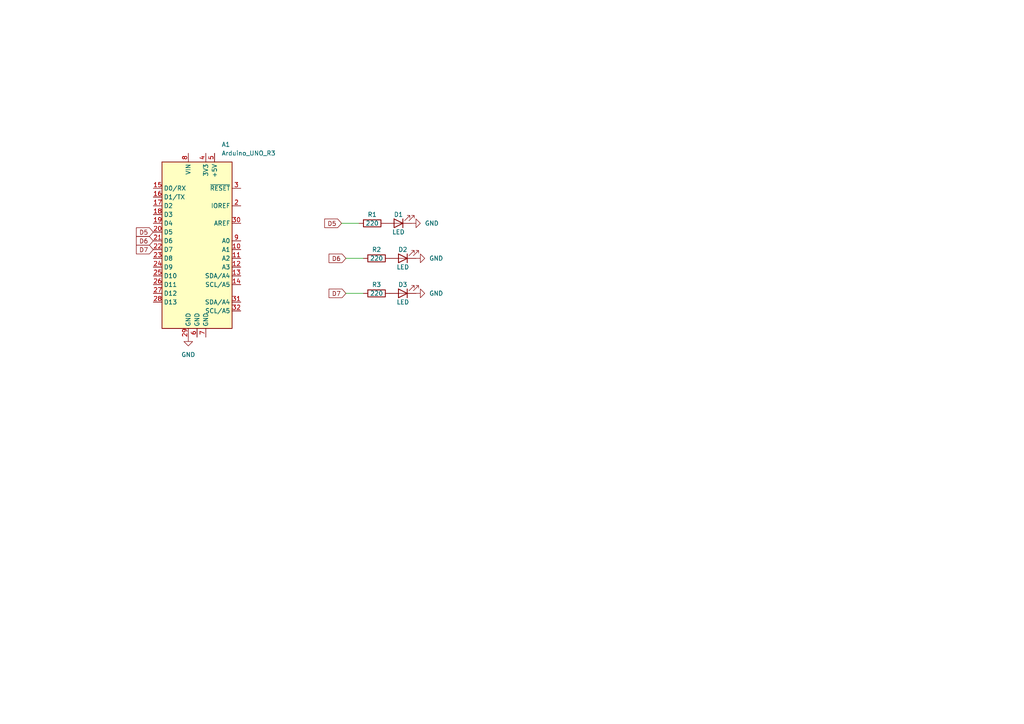
<source format=kicad_sch>
(kicad_sch (version 20211123) (generator eeschema)
  (paper "A4")
  (lib_symbols
    (symbol "Device:LED" (pin_numbers hide) (pin_names (offset 1.016) hide)
      (property "Reference" "D" (at 0 2.54 0))
      (property "Value" "LED" (at 0 -2.54 0))
      (symbol "LED_0_1"
        (polyline (pts (xy -1.27 -1.27) (xy -1.27 1.27)) (stroke (width 0.254)))
        (polyline (pts (xy -1.27 0) (xy 1.27 0)))
        (polyline (pts (xy 1.27 -1.27) (xy 1.27 1.27) (xy -1.27 0) (xy 1.27 -1.27)) (stroke (width 0.254)))
        (polyline (pts (xy -3.048 -0.762) (xy -4.572 -2.286) (xy -3.81 -2.286) (xy -4.572 -2.286) (xy -4.572 -1.524)))
        (polyline (pts (xy -1.778 -0.762) (xy -3.302 -2.286) (xy -2.54 -2.286) (xy -3.302 -2.286) (xy -3.302 -1.524)))
      )
      (symbol "LED_1_1"
        (pin passive line (at -3.81 0 0) (length 2.54) (name "K") (number "1"))
        (pin passive line (at 3.81 0 180) (length 2.54) (name "A") (number "2"))
      )
    )
    (symbol "Device:R" (pin_numbers hide) (pin_names (offset 0))
      (property "Reference" "R" (at 2.032 0 90))
      (property "Value" "R" (at 0 0 90))
      (symbol "R_0_1"
        (rectangle (start -1.016 -2.54) (end 1.016 2.54) (stroke (width 0.254)))
      )
      (symbol "R_1_1"
        (pin passive line (at 0 3.81 270) (length 1.27) (name "~") (number "1"))
        (pin passive line (at 0 -3.81 90) (length 1.27) (name "~") (number "2"))
      )
    )
    (symbol "MCU_Module:Arduino_UNO_R3"
      (property "Reference" "A" (at -10.16 23.495 0))
      (property "Value" "Arduino_UNO_R3" (at 5.08 -26.67 0))
      (symbol "Arduino_UNO_R3_0_1"
        (rectangle (start -10.16 22.86) (end 10.16 -25.4) (stroke (width 0.254)) (fill (type background)))
      )
      (symbol "Arduino_UNO_R3_1_1"
        (pin no_connect line (at -10.16 -20.32 0) (length 2.54) hide (name "NC") (number "1"))
        (pin bidirectional line (at 12.7 -2.54 180) (length 2.54) (name "A1") (number "10"))
        (pin bidirectional line (at 12.7 -5.08 180) (length 2.54) (name "A2") (number "11"))
        (pin bidirectional line (at 12.7 -7.62 180) (length 2.54) (name "A3") (number "12"))
        (pin bidirectional line (at 12.7 -10.16 180) (length 2.54) (name "SDA/A4") (number "13"))
        (pin bidirectional line (at 12.7 -12.7 180) (length 2.54) (name "SCL/A5") (number "14"))
        (pin bidirectional line (at -12.7 15.24 0) (length 2.54) (name "D0/RX") (number "15"))
        (pin bidirectional line (at -12.7 12.7 0) (length 2.54) (name "D1/TX") (number "16"))
        (pin bidirectional line (at -12.7 10.16 0) (length 2.54) (name "D2") (number "17"))
        (pin bidirectional line (at -12.7 7.62 0) (length 2.54) (name "D3") (number "18"))
        (pin bidirectional line (at -12.7 5.08 0) (length 2.54) (name "D4") (number "19"))
        (pin output line (at 12.7 10.16 180) (length 2.54) (name "IOREF") (number "2"))
        (pin bidirectional line (at -12.7 2.54 0) (length 2.54) (name "D5") (number "20"))
        (pin bidirectional line (at -12.7 0 0) (length 2.54) (name "D6") (number "21"))
        (pin bidirectional line (at -12.7 -2.54 0) (length 2.54) (name "D7") (number "22"))
        (pin bidirectional line (at -12.7 -5.08 0) (length 2.54) (name "D8") (number "23"))
        (pin bidirectional line (at -12.7 -7.62 0) (length 2.54) (name "D9") (number "24"))
        (pin bidirectional line (at -12.7 -10.16 0) (length 2.54) (name "D10") (number "25"))
        (pin bidirectional line (at -12.7 -12.7 0) (length 2.54) (name "D11") (number "26"))
        (pin bidirectional line (at -12.7 -15.24 0) (length 2.54) (name "D12") (number "27"))
        (pin bidirectional line (at -12.7 -17.78 0) (length 2.54) (name "D13") (number "28"))
        (pin power_in line (at -2.54 -27.94 90) (length 2.54) (name "GND") (number "29"))
        (pin input line (at 12.7 15.24 180) (length 2.54) (name "~{RESET}") (number "3"))
        (pin input line (at 12.7 5.08 180) (length 2.54) (name "AREF") (number "30"))
        (pin bidirectional line (at 12.7 -17.78 180) (length 2.54) (name "SDA/A4") (number "31"))
        (pin bidirectional line (at 12.7 -20.32 180) (length 2.54) (name "SCL/A5") (number "32"))
        (pin power_out line (at 2.54 25.4 270) (length 2.54) (name "3V3") (number "4"))
        (pin power_out line (at 5.08 25.4 270) (length 2.54) (name "+5V") (number "5"))
        (pin power_in line (at 0 -27.94 90) (length 2.54) (name "GND") (number "6"))
        (pin power_in line (at 2.54 -27.94 90) (length 2.54) (name "GND") (number "7"))
        (pin power_in line (at -2.54 25.4 270) (length 2.54) (name "VIN") (number "8"))
        (pin bidirectional line (at 12.7 0 180) (length 2.54) (name "A0") (number "9"))
      )
    )
    (symbol "power:GND" (power) (pin_names (offset 0))
      (property "Value" "GND" (at 0 -3.81 0))
      (symbol "GND_0_1"
        (polyline (pts (xy 0 0) (xy 0 -1.27) (xy 1.27 -1.27) (xy 0 -2.54) (xy -1.27 -1.27) (xy 0 -1.27)))
      )
      (symbol "GND_1_1"
        (pin power_in line (at 0 0 270) (length 0) hide (name "GND") (number "1"))
      )
    )
  )
  (wire (pts (xy 100.33 85.09) (xy 105.41 85.09)))
  (wire (pts (xy 100.33 74.93) (xy 105.41 74.93)))
  (wire (pts (xy 99.06 64.77) (xy 104.14 64.77)))
  (global_label "D7" (shape input) (at 100.33 85.09 180) (property "Intersheet References" "${INTERSHEET_REFS}" (effects hide)))
  (global_label "D5" (shape input) (at 44.45 67.31 180) (property "Intersheet References" "${INTERSHEET_REFS}" (effects hide)))
  (global_label "D5" (shape input) (at 99.06 64.77 180) (property "Intersheet References" "${INTERSHEET_REFS}" (effects hide)))
  (global_label "D7" (shape input) (at 44.45 72.39 180) (property "Intersheet References" "${INTERSHEET_REFS}" (effects hide)))
  (global_label "D6" (shape input) (at 44.45 69.85 180) (property "Intersheet References" "${INTERSHEET_REFS}" (effects hide)))
  (global_label "D6" (shape input) (at 100.33 74.93 180) (property "Intersheet References" "${INTERSHEET_REFS}" (effects hide)))
  (symbol (lib_id "Device:R") (at 107.95 64.77 90) (unit 1)
    (property "Reference" "R1" (at 107.95 62.23 90))
    (property "Value" "220" (at 107.95 64.77 90))
    (property "Footprint" "Resistor_THT:R_Axial_DIN0204_L3.6mm_D1.6mm_P5.08mm_Vertical" (effects hide))
  )
  (symbol (lib_id "Device:LED") (at 116.84 85.09 180) (unit 1)
    (property "Reference" "D3" (at 116.84 82.55 0))
    (property "Value" "LED" (at 116.84 87.63 0))
    (property "Footprint" "LED_SMD:LED_0805_2012Metric" (effects hide))
  )
  (symbol (lib_id "Device:R") (at 109.22 85.09 90) (unit 1)
    (property "Reference" "R3" (at 109.22 82.55 90))
    (property "Value" "220" (at 109.22 85.09 90))
    (property "Footprint" "Resistor_THT:R_Axial_DIN0204_L3.6mm_D1.6mm_P5.08mm_Vertical" (effects hide))
  )
  (symbol (lib_id "MCU_Module:Arduino_UNO_R3") (at 57.15 69.85 0) (unit 1)
    (property "Reference" "A1" (at 64.2494 41.91 0) (effects (justify left)))
    (property "Value" "Arduino_UNO_R3" (at 64.2494 44.45 0) (effects (justify left)))
    (property "Footprint" "Module:Arduino_UNO_R3" (effects hide))
    (property "Datasheet" "https://www.arduino.cc/en/Main/arduinoBoardUno" (effects hide))
  )
  (symbol (lib_id "Device:LED") (at 116.84 74.93 180) (unit 1)
    (property "Reference" "D2" (at 116.84 72.39 0))
    (property "Value" "LED" (at 116.84 77.47 0))
    (property "Footprint" "LED_SMD:LED_0805_2012Metric" (effects hide))
  )
  (symbol (lib_id "power:GND") (at 120.65 74.93 90) (unit 1)
    (property "Reference" "#PWR0103" (effects hide))
    (property "Value" "GND" (at 124.46 74.9299 90) (effects (justify right)))
  )
  (symbol (lib_id "power:GND") (at 120.65 85.09 90) (unit 1)
    (property "Reference" "#PWR0104" (effects hide))
    (property "Value" "GND" (at 124.46 85.0899 90) (effects (justify right)))
  )
  (symbol (lib_id "power:GND") (at 54.61 97.79 0) (unit 1)
    (property "Reference" "#PWR0101" (effects hide))
    (property "Value" "GND" (at 54.61 102.87 0))
  )
  (symbol (lib_id "Device:LED") (at 115.57 64.77 180) (unit 1)
    (property "Reference" "D1" (at 115.57 62.23 0))
    (property "Value" "LED" (at 115.57 67.31 0))
    (property "Footprint" "LED_SMD:LED_0805_2012Metric" (effects hide))
  )
  (symbol (lib_id "Device:R") (at 109.22 74.93 90) (unit 1)
    (property "Reference" "R2" (at 109.22 72.39 90))
    (property "Value" "220" (at 109.22 74.93 90))
    (property "Footprint" "Resistor_THT:R_Axial_DIN0204_L3.6mm_D1.6mm_P5.08mm_Vertical" (effects hide))
  )
  (symbol (lib_id "power:GND") (at 119.38 64.77 90) (unit 1)
    (property "Reference" "#PWR0102" (effects hide))
    (property "Value" "GND" (at 123.19 64.7699 90) (effects (justify right)))
  )
)
</source>
